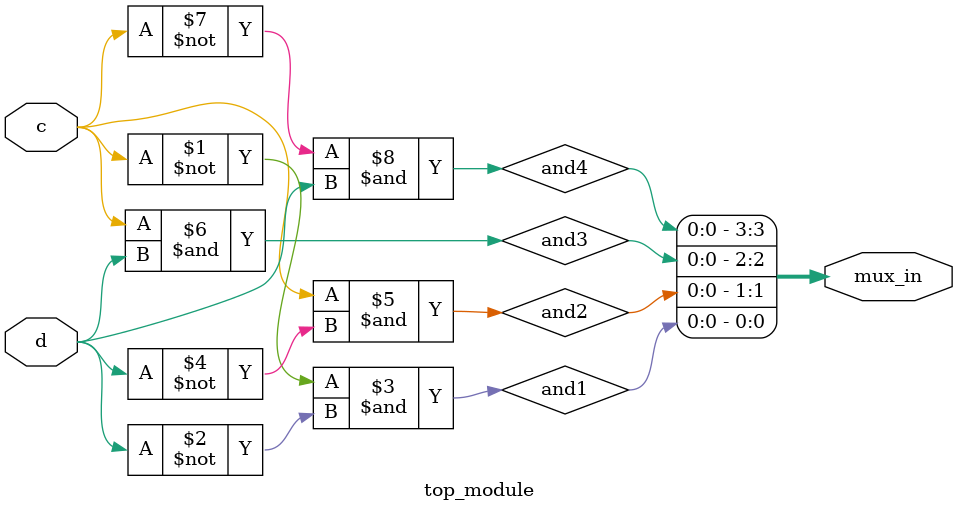
<source format=sv>
module top_module (
    input c,
    input d,
    output [3:0] mux_in
);

wire and1, and2, and3, and4;

// Implement the Karnaugh map using 2-to-1 multiplexers
assign and1 = ~c & ~d;
assign and2 = c & ~d;
assign and3 = c & d;
assign and4 = ~c & d;

// Connect the 2-to-1 multiplexer outputs to the 4-to-1 multiplexer inputs
assign mux_in[0] = and1;
assign mux_in[1] = and2;
assign mux_in[2] = and3;
assign mux_in[3] = and4;

endmodule

</source>
